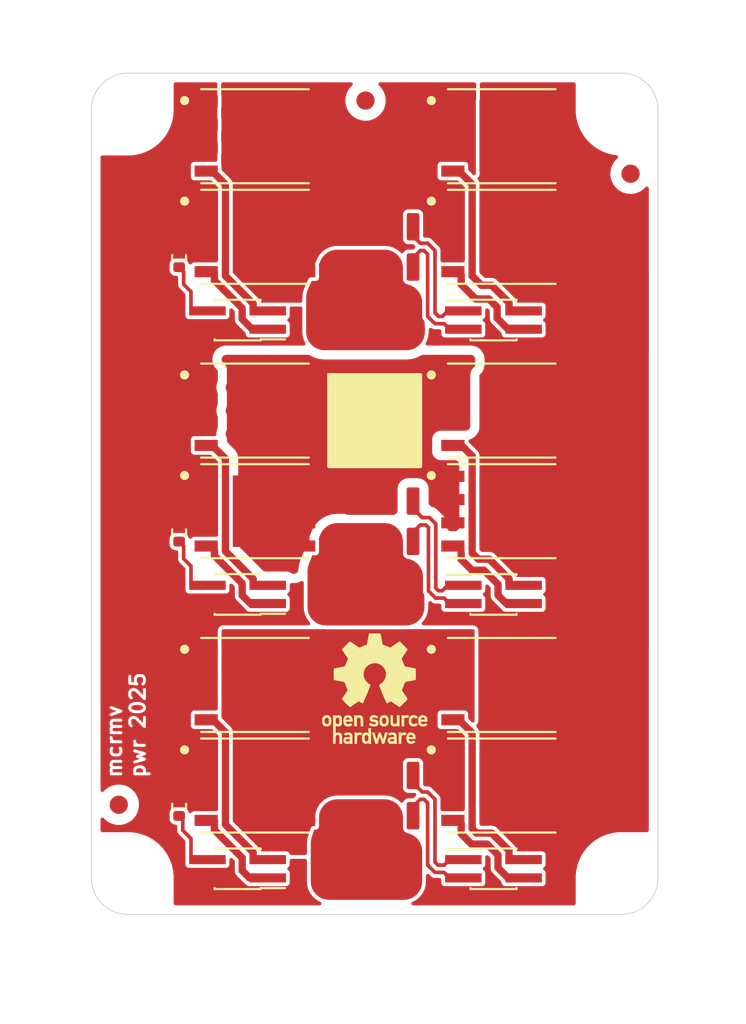
<source format=kicad_pcb>
(kicad_pcb (version 20241229) (generator "pcbnew") (generator_version "9.0")
  (layers (0 "F.Cu" signal) (2 "B.Cu" signal) (13 "F.Paste" user) (15 "B.Paste" user) (5 "F.SilkS" user "F.Silkscreen") (7 "B.SilkS" user "B.Silkscreen") (1 "F.Mask" user) (3 "B.Mask" user) (25 "Edge.Cuts" user))
  (property "AUTHOR" "arminstr")
  (property "REV" "2")
  (property "SUBTITLE" "pwr")
  (property "TITLE" "mcrmv")
  (net 0 "")
  (net 1 "GND")
  (net 2 "/GH_P1_1")
  (net 3 "/GH_P1_2")
  (net 4 "/GH_P2_1")
  (net 5 "+80V")
  (net 6 "/P1")
  (net 7 "/P2")
  (net 8 "/P3")
  (net 9 "/S1_P")
  (net 10 "/S1_N")
  (net 11 "/S2_P")
  (net 12 "/S2_N")
  (net 13 "/S3_P")
  (net 14 "/S3_N")
  (net 15 "/P1_TAB")
  (net 16 "/P2_TAB")
  (net 17 "/P3_TAB")
  (net 18 "/NTC1+")
  (net 19 "/GH_P2_2")
  (net 20 "/GH_P3_1")
  (net 21 "/GH_P3_2")
  (net 22 "/GL_P3_1")
  (net 23 "/GL_P3_2")
  (net 24 "/NTC3+")
  (net 25 "/NTC2+")
  (net 26 "/GL_P1_1")
  (net 27 "/GL_P1_2")
  (net 28 "/GL_P2_1")
  (net 29 "/GL_P2_2")
  (footprint "mcrmv:PowerPAK_SO-8_Single" (layer "F.Cu") (at 96.5 64)
    (property "Reference" "Q304" (hide yes))
    (property "Value" "ISC022N10NM6")
    (pad "1" smd rect (at -3.22 -1.955) (size 1.27 0.61) (layers "F.Cu" "F.Mask" "F.Paste") (net 1 "GND"))
    (pad "2" smd rect (at -3.22 -0.685) (size 1.27 0.61) (layers "F.Cu" "F.Mask" "F.Paste") (net 1 "GND"))
    (pad "3" smd rect (at -3.22 0.585) (size 1.27 0.61) (layers "F.Cu" "F.Mask" "F.Paste") (net 1 "GND"))
    (pad "4" smd rect (at -3.22 1.855) (size 1.27 0.61) (layers "F.Cu" "F.Mask" "F.Paste") (net 29 "/GL_P2_2"))
    (pad "5" smd rect (at 0.14 -0.05) (size 3.81 3.91) (layers "F.Cu" "F.Mask" "F.Paste") (net 7 "/P2"))
    (pad "5" smd rect (at 2.245 -1.955) (size 1.02 0.61) (layers "F.Cu" "F.Mask" "F.Paste") (net 7 "/P2"))
    (pad "5" smd rect (at 2.245 -0.685) (size 1.02 0.61) (layers "F.Cu" "F.Mask" "F.Paste") (net 7 "/P2"))
    (pad "5" smd rect (at 2.245 0.585) (size 1.02 0.61) (layers "F.Cu" "F.Mask" "F.Paste") (net 7 "/P2"))
    (pad "5" smd rect (at 2.245 1.855) (size 1.02 0.61) (layers "F.Cu" "F.Mask" "F.Paste") (net 7 "/P2"))
  )
  (footprint "Connector_PinHeader_1.00mm:PinHeader_2x02_P1.00mm_Vertical_SMD" (layer "F.Cu") (at 95 83.5 180)
    (property "Reference" "J108" (hide yes))
    (property "Value" "PinHeader2x2")
    (pad "1" smd rect (at -1.65 -0.5 180) (size 2 0.5) (layers "F.Cu" "F.Mask" "F.Paste") (net 23 "/GL_P3_2"))
    (pad "2" smd rect (at 1.65 -0.5 180) (size 2 0.5) (layers "F.Cu" "F.Mask" "F.Paste") (net 1 "GND"))
    (pad "3" smd rect (at -1.65 0.5 180) (size 2 0.5) (layers "F.Cu" "F.Mask" "F.Paste") (net 22 "/GL_P3_1"))
    (pad "4" smd rect (at 1.65 0.5 180) (size 2 0.5) (layers "F.Cu" "F.Mask" "F.Paste") (net 24 "/NTC3+"))
  )
  (footprint "Connector_Wire:SolderWirePad_1x01_SMD_3x6mm" (layer "F.Cu") (at 102 83.4 90)
    (property "Reference" "J113" (hide yes))
    (property "Value" "SF6")
    (pad "1" smd roundrect (at 0 0 90) (size 3 6) (layers "F.Cu" "F.Mask" "F.Paste") (net 17 "/P3_TAB"))
  )
  (footprint "mcrmv:WSK1216" (layer "F.Cu") (at 104 79.5 180)
    (property "Reference" "R103" (hide yes))
    (property "Value" "200u")
    (pad "1" smd roundrect (at 1.725 -1.1 270) (size 1.5 2.95) (layers "F.Cu" "F.Mask" "F.Paste") (roundrect_rratio 0.15) (net 17 "/P3_TAB"))
    (pad "2" smd roundrect (at -0.6 -1.1 270) (size 1.5 0.7) (layers "F.Cu" "F.Mask" "F.Paste") (roundrect_rratio 0.15) (net 14 "/S3_N"))
    (pad "3" smd roundrect (at -0.6 1.1 270) (size 1.5 0.7) (layers "F.Cu" "F.Mask" "F.Paste") (roundrect_rratio 0.15) (net 13 "/S3_P"))
    (pad "4" smd roundrect (at 1.725 1.1 270) (size 1.5 2.95) (layers "F.Cu" "F.Mask" "F.Paste") (roundrect_rratio 0.15) (net 8 "/P3"))
  )
  (footprint "mcrmv:PowerPAK_SO-8_Single" (layer "F.Cu") (at 96.5 73.5)
    (property "Reference" "Q206" (hide yes))
    (property "Value" "ISC022N10NM6")
    (pad "1" smd rect (at -3.22 -1.955) (size 1.27 0.61) (layers "F.Cu" "F.Mask" "F.Paste") (net 1 "GND"))
    (pad "2" smd rect (at -3.22 -0.685) (size 1.27 0.61) (layers "F.Cu" "F.Mask" "F.Paste") (net 1 "GND"))
    (pad "3" smd rect (at -3.22 0.585) (size 1.27 0.61) (layers "F.Cu" "F.Mask" "F.Paste") (net 1 "GND"))
    (pad "4" smd rect (at -3.22 1.855) (size 1.27 0.61) (layers "F.Cu" "F.Mask" "F.Paste") (net 22 "/GL_P3_1"))
    (pad "5" smd rect (at 0.14 -0.05) (size 3.81 3.91) (layers "F.Cu" "F.Mask" "F.Paste") (net 8 "/P3"))
    (pad "5" smd rect (at 2.245 -1.955) (size 1.02 0.61) (layers "F.Cu" "F.Mask" "F.Paste") (net 8 "/P3"))
    (pad "5" smd rect (at 2.245 -0.685) (size 1.02 0.61) (layers "F.Cu" "F.Mask" "F.Paste") (net 8 "/P3"))
    (pad "5" smd rect (at 2.245 0.585) (size 1.02 0.61) (layers "F.Cu" "F.Mask" "F.Paste") (net 8 "/P3"))
    (pad "5" smd rect (at 2.245 1.855) (size 1.02 0.61) (layers "F.Cu" "F.Mask" "F.Paste") (net 8 "/P3"))
  )
  (footprint "Resistor_SMD:R_0402_1005Metric" (layer "F.Cu") (at 91.8 80.1 -90)
    (property "Reference" "TH103" (hide yes))
    (property "Value" "NTC 10k")
    (pad "1" smd roundrect (at -0.51 0 270) (size 0.54 0.64) (layers "F.Cu" "F.Mask" "F.Paste") (net 1 "GND"))
    (pad "2" smd roundrect (at 0.51 0 270) (size 0.54 0.64) (layers "F.Cu" "F.Mask" "F.Paste") (net 24 "/NTC3+"))
  )
  (footprint "Connector_Wire:SolderWirePad_1x01_SMD_3x6mm" (layer "F.Cu") (at 102 68.5 90)
    (property "Reference" "J112" (hide yes))
    (property "Value" "SF6")
    (pad "1" smd roundrect (at 0 0 90) (size 3 6) (layers "F.Cu" "F.Mask" "F.Paste") (net 16 "/P2_TAB"))
  )
  (footprint "Connector_PinHeader_1.00mm:PinHeader_2x02_P1.00mm_Vertical_SMD" (layer "F.Cu") (at 95 53.5 180)
    (property "Reference" "J106" (hide yes))
    (property "Value" "PinHeader2x2")
    (pad "1" smd rect (at -1.65 -0.5 180) (size 2 0.5) (layers "F.Cu" "F.Mask" "F.Paste") (net 27 "/GL_P1_2"))
    (pad "2" smd rect (at 1.65 -0.5 180) (size 2 0.5) (layers "F.Cu" "F.Mask" "F.Paste") (net 1 "GND"))
    (pad "3" smd rect (at -1.65 0.5 180) (size 2 0.5) (layers "F.Cu" "F.Mask" "F.Paste") (net 26 "/GL_P1_1"))
    (pad "4" smd rect (at 1.65 0.5 180) (size 2 0.5) (layers "F.Cu" "F.Mask" "F.Paste") (net 18 "/NTC1+"))
  )
  (footprint "Symbol:OSHW-Logo_5.7x6mm_SilkScreen" (layer "F.Cu") (at 102.5 73.65)
    (property "Reference" "REF**" (hide yes))
    (property "Value" "OSHW-Logo_5.7x6mm_SilkScreen" (hide yes))
  )
  (footprint "mcrmv:WSK1216" (layer "F.Cu") (at 104 49.5 180)
    (property "Reference" "R101" (hide yes))
    (property "Value" "200u")
    (pad "1" smd roundrect (at 1.725 -1.1 270) (size 1.5 2.95) (layers "F.Cu" "F.Mask" "F.Paste") (roundrect_rratio 0.15) (net 15 "/P1_TAB"))
    (pad "2" smd roundrect (at -0.6 -1.1 270) (size 1.5 0.7) (layers "F.Cu" "F.Mask" "F.Paste") (roundrect_rratio 0.15) (net 10 "/S1_N"))
    (pad "3" smd roundrect (at -0.6 1.1 270) (size 1.5 0.7) (layers "F.Cu" "F.Mask" "F.Paste") (roundrect_rratio 0.15) (net 9 "/S1_P"))
    (pad "4" smd roundrect (at 1.725 1.1 270) (size 1.5 2.95) (layers "F.Cu" "F.Mask" "F.Paste") (roundrect_rratio 0.15) (net 6 "/P1"))
  )
  (footprint "mcrmv:PowerPAK_SO-8_Single" (layer "F.Cu") (at 110 73.5)
    (property "Reference" "Q205" (hide yes))
    (property "Value" "ISC022N10NM6")
    (pad "1" smd rect (at -3.22 -1.955) (size 1.27 0.61) (layers "F.Cu" "F.Mask" "F.Paste") (net 8 "/P3"))
    (pad "2" smd rect (at -3.22 -0.685) (size 1.27 0.61) (layers "F.Cu" "F.Mask" "F.Paste") (net 8 "/P3"))
    (pad "3" smd rect (at -3.22 0.585) (size 1.27 0.61) (layers "F.Cu" "F.Mask" "F.Paste") (net 8 "/P3"))
    (pad "4" smd rect (at -3.22 1.855) (size 1.27 0.61) (layers "F.Cu" "F.Mask" "F.Paste") (net 20 "/GH_P3_1"))
    (pad "5" smd rect (at 0.14 -0.05) (size 3.81 3.91) (layers "F.Cu" "F.Mask" "F.Paste") (net 5 "+80V"))
    (pad "5" smd rect (at 2.245 -1.955) (size 1.02 0.61) (layers "F.Cu" "F.Mask" "F.Paste") (net 5 "+80V"))
    (pad "5" smd rect (at 2.245 -0.685) (size 1.02 0.61) (layers "F.Cu" "F.Mask" "F.Paste") (net 5 "+80V"))
    (pad "5" smd rect (at 2.245 0.585) (size 1.02 0.61) (layers "F.Cu" "F.Mask" "F.Paste") (net 5 "+80V"))
    (pad "5" smd rect (at 2.245 1.855) (size 1.02 0.61) (layers "F.Cu" "F.Mask" "F.Paste") (net 5 "+80V"))
  )
  (footprint "mcrmv:PowerPAK_SO-8_Single" (layer "F.Cu") (at 110 43.5)
    (property "Reference" "Q201" (hide yes))
    (property "Value" "ISC022N10NM6")
    (pad "1" smd rect (at -3.22 -1.955) (size 1.27 0.61) (layers "F.Cu" "F.Mask" "F.Paste") (net 6 "/P1"))
    (pad "2" smd rect (at -3.22 -0.685) (size 1.27 0.61) (layers "F.Cu" "F.Mask" "F.Paste") (net 6 "/P1"))
    (pad "3" smd rect (at -3.22 0.585) (size 1.27 0.61) (layers "F.Cu" "F.Mask" "F.Paste") (net 6 "/P1"))
    (pad "4" smd rect (at -3.22 1.855) (size 1.27 0.61) (layers "F.Cu" "F.Mask" "F.Paste") (net 2 "/GH_P1_1"))
    (pad "5" smd rect (at 0.14 -0.05) (size 3.81 3.91) (layers "F.Cu" "F.Mask" "F.Paste") (net 5 "+80V"))
    (pad "5" smd rect (at 2.245 -1.955) (size 1.02 0.61) (layers "F.Cu" "F.Mask" "F.Paste") (net 5 "+80V"))
    (pad "5" smd rect (at 2.245 -0.685) (size 1.02 0.61) (layers "F.Cu" "F.Mask" "F.Paste") (net 5 "+80V"))
    (pad "5" smd rect (at 2.245 0.585) (size 1.02 0.61) (layers "F.Cu" "F.Mask" "F.Paste") (net 5 "+80V"))
    (pad "5" smd rect (at 2.245 1.855) (size 1.02 0.61) (layers "F.Cu" "F.Mask" "F.Paste") (net 5 "+80V"))
  )
  (footprint "MountingHole:MountingHole_2.2mm_M2_ISO14580" (layer "F.Cu") (at 89 84)
    (property "Reference" "H102" (hide yes))
    (property "Value" "HoleM2_ISO14580")
    (pad "" np_thru_hole circle (at 0 0) (size 2.2 2.2) (drill 2.2) (layers "*.Cu" "*.Mask"))
  )
  (footprint "Connector_Wire:SolderWirePad_1x01_SMD_3x6mm" (layer "F.Cu") (at 89 53 180)
    (property "Reference" "J102" (hide yes))
    (property "Value" "SF6")
    (pad "1" smd roundrect (at 0 0 180) (size 3 6) (layers "F.Cu" "F.Mask" "F.Paste") (net 1 "GND"))
  )
  (footprint "mcrmv:PowerPAK_SO-8_Single" (layer "F.Cu") (at 110 49)
    (property "Reference" "Q301" (hide yes))
    (property "Value" "ISC022N10NM6")
    (pad "1" smd rect (at -3.22 -1.955) (size 1.27 0.61) (layers "F.Cu" "F.Mask" "F.Paste") (net 6 "/P1"))
    (pad "2" smd rect (at -3.22 -0.685) (size 1.27 0.61) (layers "F.Cu" "F.Mask" "F.Paste") (net 6 "/P1"))
    (pad "3" smd rect (at -3.22 0.585) (size 1.27 0.61) (layers "F.Cu" "F.Mask" "F.Paste") (net 6 "/P1"))
    (pad "4" smd rect (at -3.22 1.855) (size 1.27 0.61) (layers "F.Cu" "F.Mask" "F.Paste") (net 3 "/GH_P1_2"))
    (pad "5" smd rect (at 0.14 -0.05) (size 3.81 3.91) (layers "F.Cu" "F.Mask" "F.Paste") (net 5 "+80V"))
    (pad "5" smd rect (at 2.245 -1.955) (size 1.02 0.61) (layers "F.Cu" "F.Mask" "F.Paste") (net 5 "+80V"))
    (pad "5" smd rect (at 2.245 -0.685) (size 1.02 0.61) (layers "F.Cu" "F.Mask" "F.Paste") (net 5 "+80V"))
    (pad "5" smd rect (at 2.245 0.585) (size 1.02 0.61) (layers "F.Cu" "F.Mask" "F.Paste") (net 5 "+80V"))
    (pad "5" smd rect (at 2.245 1.855) (size 1.02 0.61) (layers "F.Cu" "F.Mask" "F.Paste") (net 5 "+80V"))
  )
  (footprint "mcrmv:PowerPAK_SO-8_Single" (layer "F.Cu") (at 96.5 49)
    (property "Reference" "Q302" (hide yes))
    (property "Value" "ISC022N10NM6")
    (pad "1" smd rect (at -3.22 -1.955) (size 1.27 0.61) (layers "F.Cu" "F.Mask" "F.Paste") (net 1 "GND"))
    (pad "2" smd rect (at -3.22 -0.685) (size 1.27 0.61) (layers "F.Cu" "F.Mask" "F.Paste") (net 1 "GND"))
    (pad "3" smd rect (at -3.22 0.585) (size 1.27 0.61) (layers "F.Cu" "F.Mask" "F.Paste") (net 1 "GND"))
    (pad "4" smd rect (at -3.22 1.855) (size 1.27 0.61) (layers "F.Cu" "F.Mask" "F.Paste") (net 27 "/GL_P1_2"))
    (pad "5" smd rect (at 0.14 -0.05) (size 3.81 3.91) (layers "F.Cu" "F.Mask" "F.Paste") (net 6 "/P1"))
    (pad "5" smd rect (at 2.245 -1.955) (size 1.02 0.61) (layers "F.Cu" "F.Mask" "F.Paste") (net 6 "/P1"))
    (pad "5" smd rect (at 2.245 -0.685) (size 1.02 0.61) (layers "F.Cu" "F.Mask" "F.Paste") (net 6 "/P1"))
    (pad "5" smd rect (at 2.245 0.585) (size 1.02 0.61) (layers "F.Cu" "F.Mask" "F.Paste") (net 6 "/P1"))
    (pad "5" smd rect (at 2.245 1.855) (size 1.02 0.61) (layers "F.Cu" "F.Mask" "F.Paste") (net 6 "/P1"))
  )
  (footprint "Connector_PinHeader_1.00mm:PinHeader_2x02_P1.00mm_Vertical_SMD" (layer "F.Cu") (at 109 53.5)
    (property "Reference" "J103" (hide yes))
    (property "Value" "PinHeader2x2")
    (pad "1" smd rect (at -1.65 -0.5) (size 2 0.5) (layers "F.Cu" "F.Mask" "F.Paste") (net 9 "/S1_P"))
    (pad "2" smd rect (at 1.65 -0.5) (size 2 0.5) (layers "F.Cu" "F.Mask" "F.Paste") (net 2 "/GH_P1_1"))
    (pad "3" smd rect (at -1.65 0.5) (size 2 0.5) (layers "F.Cu" "F.Mask" "F.Paste") (net 10 "/S1_N"))
    (pad "4" smd rect (at 1.65 0.5) (size 2 0.5) (layers "F.Cu" "F.Mask" "F.Paste") (net 3 "/GH_P1_2"))
  )
  (footprint "Connector_Wire:SolderWirePad_1x01_SMD_3x6mm" (layer "F.Cu") (at 116 69 180)
    (property "Reference" "J109" (hide yes))
    (property "Value" "SF6")
    (pad "1" smd roundrect (at 0 0 180) (size 3 6) (layers "F.Cu" "F.Mask" "F.Paste") (net 5 "+80V"))
  )
  (footprint "Connector_PinHeader_1.00mm:PinHeader_2x02_P1.00mm_Vertical_SMD" (layer "F.Cu") (at 95 68.5 180)
    (property "Reference" "J107" (hide yes))
    (property "Value" "PinHeader2x2")
    (pad "1" smd rect (at -1.65 -0.5 180) (size 2 0.5) (layers "F.Cu" "F.Mask" "F.Paste") (net 29 "/GL_P2_2"))
    (pad "2" smd rect (at 1.65 -0.5 180) (size 2 0.5) (layers "F.Cu" "F.Mask" "F.Paste") (net 1 "GND"))
    (pad "3" smd rect (at -1.65 0.5 180) (size 2 0.5) (layers "F.Cu" "F.Mask" "F.Paste") (net 28 "/GL_P2_1"))
    (pad "4" smd rect (at 1.65 0.5 180) (size 2 0.5) (layers "F.Cu" "F.Mask" "F.Paste") (net 25 "/NTC2+"))
  )
  (footprint "Fiducial:Fiducial_1mm_Mask2mm" (layer "F.Cu") (at 116.5 45.5)
    (property "Reference" "FID101" (hide yes))
    (property "Value" "1.0-2.0")
    (pad "" smd circle (at 0 0) (size 1 1) (layers "F.Cu" "F.Mask") (clearance 0.6))
  )
  (footprint "mcrmv:PowerPAK_SO-8_Single" (layer "F.Cu") (at 110 58.5)
    (property "Reference" "Q203" (hide yes))
    (property "Value" "ISC022N10NM6")
    (pad "1" smd rect (at -3.22 -1.955) (size 1.27 0.61) (layers "F.Cu" "F.Mask" "F.Paste") (net 7 "/P2"))
    (pad "2" smd rect (at -3.22 -0.685) (size 1.27 0.61) (layers "F.Cu" "F.Mask" "F.Paste") (net 7 "/P2"))
    (pad "3" smd rect (at -3.22 0.585) (size 1.27 0.61) (layers "F.Cu" "F.Mask" "F.Paste") (net 7 "/P2"))
    (pad "4" smd rect (at -3.22 1.855) (size 1.27 0.61) (layers "F.Cu" "F.Mask" "F.Paste") (net 4 "/GH_P2_1"))
    (pad "5" smd rect (at 0.14 -0.05) (size 3.81 3.91) (layers "F.Cu" "F.Mask" "F.Paste") (net 5 "+80V"))
    (pad "5" smd rect (at 2.245 -1.955) (size 1.02 0.61) (layers "F.Cu" "F.Mask" "F.Paste") (net 5 "+80V"))
    (pad "5" smd rect (at 2.245 -0.685) (size 1.02 0.61) (layers "F.Cu" "F.Mask" "F.Paste") (net 5 "+80V"))
    (pad "5" smd rect (at 2.245 0.585) (size 1.02 0.61) (layers "F.Cu" "F.Mask" "F.Paste") (net 5 "+80V"))
    (pad "5" smd rect (at 2.245 1.855) (size 1.02 0.61) (layers "F.Cu" "F.Mask" "F.Paste") (net 5 "+80V"))
  )
  (footprint "Resistor_SMD:R_0402_1005Metric" (layer "F.Cu") (at 91.8 50.1 -90)
    (property "Reference" "TH101" (hide yes))
    (property "Value" "NTC 10k")
    (pad "1" smd roundrect (at -0.51 0 270) (size 0.54 0.64) (layers "F.Cu" "F.Mask" "F.Paste") (net 1 "GND"))
    (pad "2" smd roundrect (at 0.51 0 270) (size 0.54 0.64) (layers "F.Cu" "F.Mask" "F.Paste") (net 18 "/NTC1+"))
  )
  (footprint "Fiducial:Fiducial_1mm_Mask2mm" (layer "F.Cu") (at 102 41.5)
    (property "Reference" "FID103" (hide yes))
    (property "Value" "1.0-2.0")
    (pad "" smd circle (at 0 0) (size 1 1) (layers "F.Cu" "F.Mask") (clearance 0.6))
  )
  (footprint "Connector_Wire:SolderWirePad_1x01_SMD_3x6mm" (layer "F.Cu") (at 102 53.5 90)
    (property "Reference" "J111" (hide yes))
    (property "Value" "SF6")
    (pad "1" smd roundrect (at 0 0 90) (size 3 6) (layers "F.Cu" "F.Mask" "F.Paste") (net 15 "/P1_TAB"))
  )
  (footprint "Connector_PinHeader_1.00mm:PinHeader_2x02_P1.00mm_Vertical_SMD" (layer "F.Cu") (at 109 83.5)
    (property "Reference" "J105" (hide yes))
    (property "Value" "PinHeader2x2")
    (pad "1" smd rect (at -1.65 -0.5) (size 2 0.5) (layers "F.Cu" "F.Mask" "F.Paste") (net 13 "/S3_P"))
    (pad "2" smd rect (at 1.65 -0.5) (size 2 0.5) (layers "F.Cu" "F.Mask" "F.Paste") (net 20 "/GH_P3_1"))
    (pad "3" smd rect (at -1.65 0.5) (size 2 0.5) (layers "F.Cu" "F.Mask" "F.Paste") (net 14 "/S3_N"))
    (pad "4" smd rect (at 1.65 0.5) (size 2 0.5) (layers "F.Cu" "F.Mask" "F.Paste") (net 21 "/GH_P3_2"))
  )
  (footprint "mcrmv:PowerPAK_SO-8_Single" (layer "F.Cu") (at 110 64)
    (property "Reference" "Q303" (hide yes))
    (property "Value" "ISC022N10NM6")
    (pad "1" smd rect (at -3.22 -1.955) (size 1.27 0.61) (layers "F.Cu" "F.Mask" "F.Paste") (net 7 "/P2"))
    (pad "2" smd rect (at -3.22 -0.685) (size 1.27 0.61) (layers "F.Cu" "F.Mask" "F.Paste") (net 7 "/P2"))
    (pad "3" smd rect (at -3.22 0.585) (size 1.27 0.61) (layers "F.Cu" "F.Mask" "F.Paste") (net 7 "/P2"))
    (pad "4" smd rect (at -3.22 1.855) (size 1.27 0.61) (layers "F.Cu" "F.Mask" "F.Paste") (net 19 "/GH_P2_2"))
    (pad "5" smd rect (at 0.14 -0.05) (size 3.81 3.91) (layers "F.Cu" "F.Mask" "F.Paste") (net 5 "+80V"))
    (pad "5" smd rect (at 2.245 -1.955) (size 1.02 0.61) (layers "F.Cu" "F.Mask" "F.Paste") (net 5 "+80V"))
    (pad "5" smd rect (at 2.245 -0.685) (size 1.02 0.61) (layers "F.Cu" "F.Mask" "F.Paste") (net 5 "+80V"))
    (pad "5" smd rect (at 2.245 0.585) (size 1.02 0.61) (layers "F.Cu" "F.Mask" "F.Paste") (net 5 "+80V"))
    (pad "5" smd rect (at 2.245 1.855) (size 1.02 0.61) (layers "F.Cu" "F.Mask" "F.Paste") (net 5 "+80V"))
  )
  (footprint "mcrmv:PowerPAK_SO-8_Single" (layer "F.Cu") (at 96.5 79)
    (property "Reference" "Q306" (hide yes))
    (property "Value" "ISC022N10NM6")
    (pad "1" smd rect (at -3.22 -1.955) (size 1.27 0.61) (layers "F.Cu" "F.Mask" "F.Paste") (net 1 "GND"))
    (pad "2" smd rect (at -3.22 -0.685) (size 1.27 0.61) (layers "F.Cu" "F.Mask" "F.Paste") (net 1 "GND"))
    (pad "3" smd rect (at -3.22 0.585) (size 1.27 0.61) (layers "F.Cu" "F.Mask" "F.Paste") (net 1 "GND"))
    (pad "4" smd rect (at -3.22 1.855) (size 1.27 0.61) (layers "F.Cu" "F.Mask" "F.Paste") (net 23 "/GL_P3_2"))
    (pad "5" smd rect (at 0.14 -0.05) (size 3.81 3.91) (layers "F.Cu" "F.Mask" "F.Paste") (net 8 "/P3"))
    (pad "5" smd rect (at 2.245 -1.955) (size 1.02 0.61) (layers "F.Cu" "F.Mask" "F.Paste") (net 8 "/P3"))
    (pad "5" smd rect (at 2.245 -0.685) (size 1.02 0.61) (layers "F.Cu" "F.Mask" "F.Paste") (net 8 "/P3"))
    (pad "5" smd rect (at 2.245 0.585) (size 1.02 0.61) (layers "F.Cu" "F.Mask" "F.Paste") (net 8 "/P3"))
    (pad "5" smd rect (at 2.245 1.855) (size 1.02 0.61) (layers "F.Cu" "F.Mask" "F.Paste") (net 8 "/P3"))
  )
  (footprint "Connector_PinHeader_1.00mm:PinHeader_2x02_P1.00mm_Vertical_SMD" (layer "F.Cu") (at 109 68.5)
    (property "Reference" "J104" (hide yes))
    (property "Value" "PinHeader2x2")
    (pad "1" smd rect (at -1.65 -0.5) (size 2 0.5) (layers "F.Cu" "F.Mask" "F.Paste") (net 11 "/S2_P"))
    (pad "2" smd rect (at 1.65 -0.5) (size 2 0.5) (layers "F.Cu" "F.Mask" "F.Paste") (net 4 "/GH_P2_1"))
    (pad "3" smd rect (at -1.65 0.5) (size 2 0.5) (layers "F.Cu" "F.Mask" "F.Paste") (net 12 "/S2_N"))
    (pad "4" smd rect (at 1.65 0.5) (size 2 0.5) (layers "F.Cu" "F.Mask" "F.Paste") (net 19 "/GH_P2_2"))
  )
  (footprint "Fiducial:Fiducial_1mm_Mask2mm" (layer "F.Cu") (at 88.5 80)
    (property "Reference" "FID102" (hide yes))
    (property "Value" "1.0-2.0")
    (pad "" smd circle (at 0 0) (size 1 1) (layers "F.Cu" "F.Mask") (clearance 0.6))
  )
  (footprint "MountingHole:MountingHole_2.2mm_M2_ISO14580" (layer "F.Cu") (at 116 84)
    (property "Reference" "H104" (hide yes))
    (property "Value" "HoleM2_ISO14580")
    (pad "" np_thru_hole circle (at 0 0) (size 2.2 2.2) (drill 2.2) (layers "*.Cu" "*.Mask"))
  )
  (footprint "mcrmv:PowerPAK_SO-8_Single" (layer "F.Cu") (at 96.5 43.5)
    (property "Reference" "Q202" (hide yes))
    (property "Value" "ISC022N10NM6")
    (pad "1" smd rect (at -3.22 -1.955) (size 1.27 0.61) (layers "F.Cu" "F.Mask" "F.Paste") (net 1 "GND"))
    (pad "2" smd rect (at -3.22 -0.685) (size 1.27 0.61) (layers "F.Cu" "F.Mask" "F.Paste") (net 1 "GND"))
    (pad "3" smd rect (at -3.22 0.585) (size 1.27 0.61) (layers "F.Cu" "F.Mask" "F.Paste") (net 1 "GND"))
    (pad "4" smd rect (at -3.22 1.855) (size 1.27 0.61) (layers "F.Cu" "F.Mask" "F.Paste") (net 26 "/GL_P1_1"))
    (pad "5" smd rect (at 0.14 -0.05) (size 3.81 3.91) (layers "F.Cu" "F.Mask" "F.Paste") (net 6 "/P1"))
    (pad "5" smd rect (at 2.245 -1.955) (size 1.02 0.61) (layers "F.Cu" "F.Mask" "F.Paste") (net 6 "/P1"))
    (pad "5" smd rect (at 2.245 -0.685) (size 1.02 0.61) (layers "F.Cu" "F.Mask" "F.Paste") (net 6 "/P1"))
    (pad "5" smd rect (at 2.245 0.585) (size 1.02 0.61) (layers "F.Cu" "F.Mask" "F.Paste") (net 6 "/P1"))
    (pad "5" smd rect (at 2.245 1.855) (size 1.02 0.61) (layers "F.Cu" "F.Mask" "F.Paste") (net 6 "/P1"))
  )
  (footprint "MountingHole:MountingHole_2.2mm_M2_ISO14580" (layer "F.Cu") (at 116 42)
    (property "Reference" "H101" (hide yes))
    (property "Value" "HoleM2_ISO14580")
    (pad "" np_thru_hole circle (at 0 0) (size 2.2 2.2) (drill 2.2) (layers "*.Cu" "*.Mask"))
  )
  (footprint "Connector_Wire:SolderWirePad_1x01_SMD_3x6mm" (layer "F.Cu") (at 89 69 180)
    (property "Reference" "J110" (hide yes))
    (property "Value" "SF6")
    (pad "1" smd roundrect (at 0 0 180) (size 3 6) (layers "F.Cu" "F.Mask" "F.Paste") (net 1 "GND"))
  )
  (footprint "Resistor_SMD:R_0402_1005Metric" (layer "F.Cu") (at 91.8 65.1 -90)
    (property "Reference" "TH102" (hide yes))
    (property "Value" "NTC 10k")
    (pad "1" smd roundrect (at -0.51 0 270) (size 0.54 0.64) (layers "F.Cu" "F.Mask" "F.Paste") (net 1 "GND"))
    (pad "2" smd roundrect (at 0.51 0 270) (size 0.54 0.64) (layers "F.Cu" "F.Mask" "F.Paste") (net 25 "/NTC2+"))
  )
  (footprint "mcrmv:PowerPAK_SO-8_Single" (layer "F.Cu") (at 110 79)
    (property "Reference" "Q305" (hide yes))
    (property "Value" "ISC022N10NM6")
    (pad "1" smd rect (at -3.22 -1.955) (size 1.27 0.61) (layers "F.Cu" "F.Mask" "F.Paste") (net 8 "/P3"))
    (pad "2" smd rect (at -3.22 -0.685) (size 1.27 0.61) (layers "F.Cu" "F.Mask" "F.Paste") (net 8 "/P3"))
    (pad "3" smd rect (at -3.22 0.585) (size 1.27 0.61) (layers "F.Cu" "F.Mask" "F.Paste") (net 8 "/P3"))
    (pad "4" smd rect (at -3.22 1.855) (size 1.27 0.61) (layers "F.Cu" "F.Mask" "F.Paste") (net 21 "/GH_P3_2"))
    (pad "5" smd rect (at 0.14 -0.05) (size 3.81 3.91) (layers "F.Cu" "F.Mask" "F.Paste") (net 5 "+80V"))
    (pad "5" smd rect (at 2.245 -1.955) (size 1.02 0.61) (layers "F.Cu" "F.Mask" "F.Paste") (net 5 "+80V"))
    (pad "5" smd rect (at 2.245 -0.685) (size 1.02 0.61) (layers "F.Cu" "F.Mask" "F.Paste") (net 5 "+80V"))
    (pad "5" smd rect (at 2.245 0.585) (size 1.02 0.61) (layers "F.Cu" "F.Mask" "F.Paste") (net 5 "+80V"))
    (pad "5" smd rect (at 2.245 1.855) (size 1.02 0.61) (layers "F.Cu" "F.Mask" "F.Paste") (net 5 "+80V"))
  )
  (footprint "mcrmv:WSK1216" (layer "F.Cu") (at 104 64.5 180)
    (property "Reference" "R102" (hide yes))
    (property "Value" "200u")
    (pad "1" smd roundrect (at 1.725 -1.1 270) (size 1.5 2.95) (layers "F.Cu" "F.Mask" "F.Paste") (roundrect_rratio 0.15) (net 16 "/P2_TAB"))
    (pad "2" smd roundrect (at -0.6 -1.1 270) (size 1.5 0.7) (layers "F.Cu" "F.Mask" "F.Paste") (roundrect_rratio 0.15) (net 12 "/S2_N"))
    (pad "3" smd roundrect (at -0.6 1.1 270) (size 1.5 0.7) (layers "F.Cu" "F.Mask" "F.Paste") (roundrect_rratio 0.15) (net 11 "/S2_P"))
    (pad "4" smd roundrect (at 1.725 1.1 270) (size 1.5 2.95) (layers "F.Cu" "F.Mask" "F.Paste") (roundrect_rratio 0.15) (net 7 "/P2"))
  )
  (footprint "Connector_Wire:SolderWirePad_1x01_SMD_3x6mm" (layer "F.Cu") (at 116 53 180)
    (property "Reference" "J101" (hide yes))
    (property "Value" "SF6")
    (pad "1" smd roundrect (at 0 0 180) (size 3 6) (layers "F.Cu" "F.Mask" "F.Paste") (net 5 "+80V"))
  )
  (footprint "MountingHole:MountingHole_2.2mm_M2_ISO14580" (layer "F.Cu") (at 89 42)
    (property "Reference" "H103" (hide yes))
    (property "Value" "HoleM2_ISO14580")
    (pad "" np_thru_hole circle (at 0 0) (size 2.2 2.2) (drill 2.2) (layers "*.Cu" "*.Mask"))
  )
  (footprint "mcrmv:PowerPAK_SO-8_Single" (layer "F.Cu") (at 96.5 58.5)
    (property "Reference" "Q204" (hide yes))
    (property "Value" "ISC022N10NM6")
    (pad "1" smd rect (at -3.22 -1.955) (size 1.27 0.61) (layers "F.Cu" "F.Mask" "F.Paste") (net 1 "GND"))
    (pad "2" smd rect (at -3.22 -0.685) (size 1.27 0.61) (layers "F.Cu" "F.Mask" "F.Paste") (net 1 "GND"))
    (pad "3" smd rect (at -3.22 0.585) (size 1.27 0.61) (layers "F.Cu" "F.Mask" "F.Paste") (net 1 "GND"))
    (pad "4" smd rect (at -3.22 1.855) (size 1.27 0.61) (layers "F.Cu" "F.Mask" "F.Paste") (net 28 "/GL_P2_1"))
    (pad "5" smd rect (at 0.14 -0.05) (size 3.81 3.91) (layers "F.Cu" "F.Mask" "F.Paste") (net 7 "/P2"))
    (pad "5" smd rect (at 2.245 -1.955) (size 1.02 0.61) (layers "F.Cu" "F.Mask" "F.Paste") (net 7 "/P2"))
    (pad "5" smd rect (at 2.245 -0.685) (size 1.02 0.61) (layers "F.Cu" "F.Mask" "F.Paste") (net 7 "/P2"))
    (pad "5" smd rect (at 2.245 0.585) (size 1.02 0.61) (layers "F.Cu" "F.Mask" "F.Paste") (net 7 "/P2"))
    (pad "5" smd rect (at 2.245 1.855) (size 1.02 0.61) (layers "F.Cu" "F.Mask" "F.Paste") (net 7 "/P2"))
  )
  (gr_rect (start 100 56.5) (end 105 61.5) (stroke (width 0.2)) (fill yes) (layer "F.SilkS"))
  (gr_arc (start 116 40) (mid 117.414214 40.585786) (end 118 42) (stroke (width 0.05)) (layer "Edge.Cuts"))
  (gr_line (start 89 40) (end 116 40) (stroke (width 0.05)) (layer "Edge.Cuts"))
  (gr_arc (start 118 84) (mid 117.414214 85.414214) (end 116 86) (stroke (width 0.05)) (layer "Edge.Cuts"))
  (gr_line (start 87 84) (end 87 42) (stroke (width 0.05)) (layer "Edge.Cuts"))
  (gr_arc (start 89 86) (mid 87.585786 85.414214) (end 87 84) (stroke (width 0.05)) (layer "Edge.Cuts"))
  (gr_line (start 118 42) (end 118 84) (stroke (width 0.05)) (layer "Edge.Cuts"))
  (gr_line (start 116 86) (end 89 86) (stroke (width 0.05)) (layer "Edge.Cuts"))
  (gr_arc (start 87 42) (mid 87.585786 40.585786) (end 89 40) (stroke (width 0.05)) (layer "Edge.Cuts"))
  (gr_text "${TITLE}\n${SUBTITLE} 2025" (at 90 78.5 90) (layer "F.Cu" knockout) (effects (font (size 0.8 0.8) (bold yes)) (justify left bottom)))
  (segment (start 108.348528 51.6) (end 108.9 51.6) (width 0.4) (layer "F.Cu") (net 2))
  (segment (start 107.834 51.085472) (end 107.834 46.079) (width 0.4) (layer "F.Cu") (net 2))
  (segment (start 107.834 51.085472) (end 108.024264 51.275736) (width 0.4) (layer "F.Cu") (net 2))
  (segment (start 108.024264 51.275736) (end 108.348528 51.6) (width 0.4) (layer "F.Cu") (net 2))
  (segment (start 108.9 51.6) (end 109.4 52.1) (width 0.4) (layer "F.Cu") (net 2))
  (segment (start 110.65 53) (end 109.85 53) (width 0.4) (layer "F.Cu") (net 2))
  (segment (start 107.11 45.355) (end 107.6275 45.8725) (width 0.4) (layer "F.Cu") (net 2))
  (segment (start 110.65 53) (end 110.1 53) (width 0.4) (layer "F.Cu") (net 2))
  (segment (start 109.85 52.75) (end 109.85 52.55) (width 0.4) (layer "F.Cu") (net 2))
  (segment (start 106.78 45.355) (end 107.11 45.355) (width 0.4) (layer "F.Cu") (net 2))
  (segment (start 109.85 52.55) (end 109.4 52.1) (width 0.4) (layer "F.Cu") (net 2))
  (segment (start 107.834 46.079) (end 107.6275 45.8725) (width 0.4) (layer "F.Cu") (net 2))
  (segment (start 107.055 50.855) (end 106.78 50.855) (width 0.4) (layer "F.Cu") (net 3))
  (segment (start 107.232 51.032) (end 107.055 50.855) (width 0.4) (layer "F.Cu") (net 3))
  (segment (start 110.65 54) (end 109.8 54) (width 0.4) (layer "F.Cu") (net 3))
  (segment (start 108.45 52.349) (end 108.028472 52.349) (width 0.4) (layer "F.Cu") (net 3))
  (segment (start 107.232 51.552528) (end 107.232 51.032) (width 0.4) (layer "F.Cu") (net 3))
  (segment (start 109.2 52.798) (end 108.751 52.349) (width 0.4) (layer "F.Cu") (net 3))
  (segment (start 109.2 53.4) (end 109.2 52.798) (width 0.4) (layer "F.Cu") (net 3))
  (segment (start 109.8 54) (end 109.2 53.4) (width 0.4) (layer "F.Cu") (net 3))
  (segment (start 108.028472 52.349) (end 107.232 51.552528) (width 0.4) (layer "F.Cu") (net 3))
  (segment (start 108.751 52.349) (end 108.45 52.349) (width 0.4) (layer "F.Cu") (net 3))
  (segment (start 107.834 60.934) (end 107.255 60.355) (width 0.4) (layer "F.Cu") (net 4))
  (segment (start 107.834 66) (end 107.834 60.934) (width 0.4) (layer "F.Cu") (net 4))
  (segment (start 108.175 66.575) (end 108.775 66.575) (width 0.4) (layer "F.Cu") (net 4))
  (segment (start 109.85 68) (end 109.85 67.65) (width 0.4) (layer "F.Cu") (net 4))
  (segment (start 107.255 60.355) (end 106.78 60.355) (width 0.4) (layer "F.Cu") (net 4))
  (segment (start 107.834 66.234) (end 108.175 66.575) (width 0.4) (layer "F.Cu") (net 4))
  (segment (start 107.834 66) (end 107.834 66.234) (width 0.4) (layer "F.Cu") (net 4))
  (segment (start 109.85 67.65) (end 108.775 66.575) (width 0.4) (layer "F.Cu") (net 4))
  (segment (start 110.65 68) (end 109.85 68) (width 0.4) (layer "F.Cu") (net 4))
  (segment (start 106.5 53) (end 107.35 53) (width 0.2) (layer "F.Cu") (net 9))
  (segment (start 105.8 53.1) (end 105.880536 53.180536) (width 0.2) (layer "F.Cu") (net 9))
  (segment (start 106 53.3) (end 106.2 53.3) (width 0.2) (layer "F.Cu") (net 9))
  (segment (start 106.2 53.3) (end 106.5 53) (width 0.2) (layer "F.Cu") (net 9))
  (segment (start 105.880536 53.180536) (end 106 53.3) (width 0.2) (layer "F.Cu") (net 9))
  (segment (start 105.8 49.7) (end 105.8 50.700564) (width 0.2) (layer "F.Cu") (net 9))
  (segment (start 104.6 48.9) (end 105 49.3) (width 0.2) (layer "F.Cu") (net 9))
  (segment (start 105.8 50.700564) (end 105.8 53.1) (width 0.2) (layer "F.Cu") (net 9))
  (segment (start 105 49.3) (end 105.4 49.3) (width 0.2) (layer "F.Cu") (net 9))
  (segment (start 104.6 48.4) (end 104.6 48.9) (width 0.2) (layer "F.Cu") (net 9))
  (segment (start 105.4 49.3) (end 105.8 49.7) (width 0.2) (layer "F.Cu") (net 9))
  (segment (start 105 49.7) (end 105.2 49.7) (width 0.2) (layer "F.Cu") (net 10))
  (segment (start 105.4 50.700564) (end 105.4 53.017032) (width 0.2) (layer "F.Cu") (net 10))
  (segment (start 104.6 50.6) (end 104.6 50.1) (width 0.2) (layer "F.Cu") (net 10))
  (segment (start 105.4 53.3) (end 105.4 53.017032) (width 0.2) (layer "F.Cu") (net 10))
  (segment (start 105.80777 53.7) (end 105.8 53.7) (width 0.2) (layer "F.Cu") (net 10))
  (segment (start 106.3 53.7) (end 105.80777 53.7) (width 0.2) (layer "F.Cu") (net 10))
  (segment (start 107.35 54) (end 106.6 54) (width 0.2) (layer "F.Cu") (net 10))
  (segment (start 105.2 49.7) (end 105.4 49.9) (width 0.2) (layer "F.Cu") (net 10))
  (segment (start 104.6 50.1) (end 105 49.7) (width 0.2) (layer "F.Cu") (net 10))
  (segment (start 105.8 53.7) (end 105.4 53.3) (width 0.2) (layer "F.Cu") (net 10))
  (segment (start 105.4 49.9) (end 105.4 50.700564) (width 0.2) (layer "F.Cu") (net 10))
  (segment (start 106.6 54) (end 106.3 53.7) (width 0.2) (layer "F.Cu") (net 10))
  (segment (start 105.1 64.3) (end 104.6 63.8) (width 0.2) (layer "F.Cu") (net 11))
  (segment (start 106.2 68.3) (end 106 68.3) (width 0.2) (layer "F.Cu") (net 11))
  (segment (start 107.35 68) (end 106.5 68) (width 0.2) (layer "F.Cu") (net 11))
  (segment (start 105.845 64.645) (end 105.5 64.3) (width 0.2) (layer "F.Cu") (net 11))
  (segment (start 104.6 63.8) (end 104.6 63.4) (width 0.2) (layer "F.Cu") (net 11))
  (segment (start 105.5 64.3) (end 105.1 64.3) (width 0.2) (layer "F.Cu") (net 11))
  (segment (start 106 68.3) (end 105.845 68.145) (width 0.2) (layer "F.Cu") (net 11))
  (segment (start 105.845 68.145) (end 105.845 64.645) (width 0.2) (layer "F.Cu") (net 11))
  (segment (start 106.5 68) (end 106.2 68.3) (width 0.2) (layer "F.Cu") (net 11))
  (segment (start 105.445 68.310686) (end 105.834314 68.7) (width 0.2) (layer "F.Cu") (net 12))
  (segment (start 106.3 68.7) (end 106.6 69) (width 0.2) (layer "F.Cu") (net 12))
  (segment (start 105.3 64.7) (end 105.445 64.845) (width 0.2) (layer "F.Cu") (net 12))
  (segment (start 105 64.7) (end 105.3 64.7) (width 0.2) (layer "F.Cu") (net 12))
  (segment (start 104.6 65.6) (end 104.6 65.1) (width 0.2) (layer "F.Cu") (net 12))
  (segment (start 105.445 64.845) (end 105.445 68.310686) (width 0.2) (layer "F.Cu") (net 12))
  (segment (start 104.6 65.1) (end 105 64.7) (width 0.2) (layer "F.Cu") (net 12))
  (segment (start 105.834314 68.7) (end 106.3 68.7) (width 0.2) (layer "F.Cu") (net 12))
  (segment (start 106.6 69) (end 107.35 69) (width 0.2) (layer "F.Cu") (net 12))
  (segment (start 105.8 81.617817) (end 105.8 79.7) (width 0.2) (layer "F.Cu") (net 13))
  (segment (start 106.6 83) (end 106.3 83.3) (width 0.2) (layer "F.Cu") (net 13))
  (segment (start 105.8 83.134314) (end 105.8 82.366007) (width 0.2) (layer "F.Cu") (net 13))
  (segment (start 107.35 83) (end 106.6 83) (width 0.2) (layer "F.Cu") (net 13))
  (segment (start 104.6 78.8) (end 104.6 78.4) (width 0.2) (layer "F.Cu") (net 13))
  (segment (start 106.3 83.3) (end 105.965686 83.3) (width 0.2) (layer "F.Cu") (net 13))
  (segment (start 105.8 79.7) (end 105.4 79.3) (width 0.2) (layer "F.Cu") (net 13))
  (segment (start 105.4 79.3) (end 105.1 79.3) (width 0.2) (layer "F.Cu") (net 13))
  (segment (start 105.8 82.366007) (end 105.8 81.617817) (width 0.2) (layer "F.Cu") (net 13))
  (segment (start 105.965686 83.3) (end 105.8 83.134314) (width 0.2) (layer "F.Cu") (net 13))
  (segment (start 105.1 79.3) (end 104.6 78.8) (width 0.2) (layer "F.Cu") (net 13))
  (segment (start 105.4 79.9) (end 105.2 79.7) (width 0.2) (layer "F.Cu") (net 14))
  (segment (start 106.3 83.7) (end 106.4 83.8) (width 0.2) (layer "F.Cu") (net 14))
  (segment (start 105.2 79.7) (end 105 79.7) (width 0.2) (layer "F.Cu") (net 14))
  (segment (start 106.1 83.7) (end 106.3 83.7) (width 0.2) (layer "F.Cu") (net 14))
  (segment (start 105.4 83.3) (end 105.4 79.9) (width 0.2) (layer "F.Cu") (net 14))
  (segment (start 105 79.7) (end 104.6 80.1) (width 0.2) (layer "F.Cu") (net 14))
  (segment (start 106.6 84) (end 106.4 83.8) (width 0.2) (layer "F.Cu") (net 14))
  (segment (start 106.1 83.7) (end 105.8 83.7) (width 0.2) (layer "F.Cu") (net 14))
  (segment (start 104.6 80.1) (end 104.6 80.6) (width 0.2) (layer "F.Cu") (net 14))
  (segment (start 107.35 84) (end 106.6 84) (width 0.2) (layer "F.Cu") (net 14))
  (segment (start 105.8 83.7) (end 105.4 83.3) (width 0.2) (layer "F.Cu") (net 14))
  (segment (start 92.55 53) (end 92.45 52.9) (width 0.2) (layer "F.Cu") (net 18))
  (segment (start 92.05 50.86) (end 91.8 50.61) (width 0.2) (layer "F.Cu") (net 18))
  (segment (start 92.05 51.55) (end 92.05 50.86) (width 0.2) (layer "F.Cu") (net 18))
  (segment (start 92.45 51.95) (end 92.05 51.55) (width 0.2) (layer "F.Cu") (net 18))
  (segment (start 93.35 53) (end 92.55 53) (width 0.2) (layer "F.Cu") (net 18))
  (segment (start 92.45 52.9) (end 92.45 51.95) (width 0.2) (layer "F.Cu") (net 18))
  (segment (start 110.65 69) (end 109.7 69) (width 0.4) (layer "F.Cu") (net 19))
  (segment (start 107.232 66.582) (end 107.232 66.2) (width 0.4) (layer "F.Cu") (net 19))
  (segment (start 107.155 65.855) (end 107.2 65.9) (width 0.4) (layer "F.Cu") (net 19))
  (segment (start 109.25 67.95) (end 108.475 67.175) (width 0.4) (layer "F.Cu") (net 19))
  (segment (start 109.7 69) (end 109.25 68.55) (width 0.4) (layer "F.Cu") (net 19))
  (segment (start 106.78 65.855) (end 107.155 65.855) (width 0.4) (layer "F.Cu") (net 19))
  (segment (start 107.825 67.175) (end 107.232 66.582) (width 0.4) (layer "F.Cu") (net 19))
  (segment (start 109.25 68.55) (end 109.25 67.95) (width 0.4) (layer "F.Cu") (net 19))
  (segment (start 108.475 67.175) (end 107.825 67.175) (width 0.4) (layer "F.Cu") (net 19))
  (segment (start 109.85 83) (end 109.85 82.5) (width 0.4) (layer "F.Cu") (net 20))
  (segment (start 107.834 81.306) (end 107.834 76.079) (width 0.4) (layer "F.Cu") (net 20))
  (segment (start 109.85 82.5) (end 108.9 81.55) (width 0.4) (layer "F.Cu") (net 20))
  (segment (start 107.11 75.355) (end 106.78 75.355) (width 0.4) (layer "F.Cu") (net 20))
  (segment (start 107.834 76.079) (end 107.11 75.355) (width 0.4) (layer "F.Cu") (net 20))
  (segment (start 110.65 83) (end 109.85 83) (width 0.4) (layer "F.Cu") (net 20))
  (segment (start 108.9 81.55) (end 108.7 81.55) (width 0.4) (layer "F.Cu") (net 20))
  (segment (start 108.078 81.55) (end 107.834 81.306) (width 0.4) (layer "F.Cu") (net 20))
  (segment (start 108.7 81.55) (end 108.078 81.55) (width 0.4) (layer "F.Cu") (net 20))
  (segment (start 107.234 81.034) (end 107.234 81.554528) (width 0.4) (layer "F.Cu") (net 21))
  (segment (start 107.8 82.15) (end 108.65 82.15) (width 0.4) (layer "F.Cu") (net 21))
  (segment (start 108.65 82.15) (end 109.25 82.75) (width 0.4) (layer "F.Cu") (net 21))
  (segment (start 107.25 81.6) (end 107.8 82.15) (width 0.4) (layer "F.Cu") (net 21))
  (segment (start 109.8 84) (end 110.65 84) (width 0.4) (layer "F.Cu") (net 21))
  (segment (start 106.78 80.855) (end 107.055 80.855) (width 0.4) (layer "F.Cu") (net 21))
  (segment (start 107.234 81.554528) (end 107.25 81.570528) (width 0.4) (layer "F.Cu") (net 21))
  (segment (start 109.25 83.45) (end 109.8 84) (width 0.4) (layer "F.Cu") (net 21))
  (segment (start 107.055 80.855) (end 107.234 81.034) (width 0.4) (layer "F.Cu") (net 21))
  (segment (start 107.25 81.570528) (end 107.25 81.6) (width 0.4) (layer "F.Cu") (net 21))
  (segment (start 109.25 82.75) (end 109.25 83.45) (width 0.4) (layer "F.Cu") (net 21))
  (segment (start 93.28 75.355) (end 93.655 75.355) (width 0.4) (layer "F.Cu") (net 22))
  (segment (start 95.85 82.6) (end 95.85 83) (width 0.4) (layer "F.Cu") (net 22))
  (segment (start 94.334 76.034) (end 94.334 81.084) (width 0.4) (layer "F.Cu") (net 22))
  (segment (start 94.334 81.084) (end 95.85 82.6) (width 0.4) (layer "F.Cu") (net 22))
  (segment (start 95.85 83) (end 96.65 83) (width 0.4) (layer "F.Cu") (net 22))
  (segment (start 93.655 75.355) (end 94.334 76.034) (width 0.4) (layer "F.Cu") (net 22))
  (segment (start 93.705 80.855) (end 93.732 80.882) (width 0.4) (layer "F.Cu") (net 23))
  (segment (start 95.25 83.6) (end 95.65 84) (width 0.4) (layer "F.Cu") (net 23))
  (segment (start 93.28 80.855) (end 93.705 80.855) (width 0.4) (layer "F.Cu") (net 23))
  (segment (start 95.65 84) (end 96.65 84) (width 0.4) (layer "F.Cu") (net 23))
  (segment (start 93.732 81.382) (end 95.25 82.9) (width 0.4) (layer "F.Cu") (net 23))
  (segment (start 95.25 82.9) (end 95.25 83.6) (width 0.4) (layer "F.Cu") (net 23))
  (segment (start 93.732 80.882) (end 93.732 81.382) (width 0.4) (layer "F.Cu") (net 23))
  (segment (start 92 81.4) (end 92 80.75) (width 0.2) (layer "F.Cu") (net 24))
  (segment (start 91.86 80.61) (end 91.8 80.61) (width 0.2) (layer "F.Cu") (net 24))
  (segment (start 92.55 83) (end 92.45 82.9) (width 0.2) (layer "F.Cu") (net 24))
  (segment (start 92.45 82.9) (end 92.45 81.85) (width 0.2) (layer "F.Cu") (net 24))
  (segment (start 92.45 81.85) (end 92 81.4) (width 0.2) (layer "F.Cu") (net 24))
  (segment (start 93.35 83) (end 92.55 83) (width 0.2) (layer "F.Cu") (net 24))
  (segment (start 92 80.75) (end 91.86 80.61) (width 0.2) (layer "F.Cu") (net 24))
  (segment (start 92.45 66.95) (end 92.05 66.55) (width 0.2) (layer "F.Cu") (net 25))
  (segment (start 92.55 68) (end 92.45 67.9) (width 0.2) (layer "F.Cu") (net 25))
  (segment (start 92.45 67.9) (end 92.45 66.95) (width 0.2) (layer "F.Cu") (net 25))
  (segment (start 93.35 68) (end 92.55 68) (width 0.2) (layer "F.Cu") (net 25))
  (segment (start 92.05 66.55) (end 92.05 65.86) (width 0.2) (layer "F.Cu") (net 25))
  (segment (start 92.05 65.86) (end 91.8 65.61) (width 0.2) (layer "F.Cu") (net 25))
  (segment (start 95.9 53) (end 96.65 53) (width 0.4) (layer "F.Cu") (net 26))
  (segment (start 93.28 45.355) (end 93.61 45.355) (width 0.4) (layer "F.Cu") (net 26))
  (segment (start 93.61 45.355) (end 94.334 46.079) (width 0.4) (layer "F.Cu") (net 26))
  (segment (start 94.334 51.084) (end 95.85 52.6) (width 0.4) (layer "F.Cu") (net 26))
  (segment (start 95.85 52.95) (end 95.9 53) (width 0.4) (layer "F.Cu") (net 26))
  (segment (start 94.334 46.079) (end 94.334 51.084) (width 0.4) (layer "F.Cu") (net 26))
  (segment (start 95.85 52.6) (end 95.85 52.95) (width 0.4) (layer "F.Cu") (net 26))
  (segment (start 96.65 54) (end 95.8 54) (width 0.4) (layer "F.Cu") (net 27))
  (segment (start 93.705 50.855) (end 93.732 50.882) (width 0.4) (layer "F.Cu") (net 27))
  (segment (start 95.8 54) (end 95.25 53.45) (width 0.4) (layer "F.Cu") (net 27))
  (segment (start 95.25 53.201357) (end 95.248 53.199356) (width 0.4) (layer "F.Cu") (net 27))
  (segment (start 95.25 53.45) (end 95.25 53.201357) (width 0.4) (layer "F.Cu") (net 27))
  (segment (start 95.248 52.849356) (end 94.224322 51.825678) (width 0.4) (layer "F.Cu") (net 27))
  (segment (start 93.732 51.333356) (end 94.224322 51.825678) (width 0.4) (layer "F.Cu") (net 27))
  (segment (start 93.732 50.882) (end 93.732 51.333356) (width 0.4) (layer "F.Cu") (net 27))
  (segment (start 95.248 53.199356) (end 95.248 52.849356) (width 0.4) (layer "F.Cu") (net 27))
  (segment (start 93.28 50.855) (end 93.705 50.855) (width 0.4) (layer "F.Cu") (net 27))
  (segment (start 94.334 66.134) (end 94.334 61.079) (width 0.4) (layer "F.Cu") (net 28))
  (segment (start 95.9 68) (end 95.85 67.95) (width 0.4) (layer "F.Cu") (net 28))
  (segment (start 96.65 68) (end 95.9 68) (width 0.4) (layer "F.Cu") (net 28))
  (segment (start 94.334 61.079) (end 93.61 60.355) (width 0.4) (layer "F.Cu") (net 28))
  (segment (start 93.61 60.355) (end 93.28 60.355) (width 0.4) (layer "F.Cu") (net 28))
  (segment (start 94.334 66.134) (end 95 66.8) (width 0.4) (layer "F.Cu") (net 28))
  (segment (start 95 66.8) (end 95.85 67.65) (width 0.4) (layer "F.Cu") (net 28))
  (segment (start 95.85 67.95) (end 95.85 67.65) (width 0.4) (layer "F.Cu") (net 28))
  (segment (start 94.65 67.3) (end 93.732 66.382) (width 0.4) (layer "F.Cu") (net 29))
  (segment (start 93.28 65.855) (end 93.605 65.855) (width 0.4) (layer "F.Cu") (net 29))
  (segment (start 95.25 68.55) (end 95.25 67.9) (width 0.4) (layer "F.Cu") (net 29))
  (segment (start 95.7 69) (end 95.25 68.55) (width 0.4) (layer "F.Cu") (net 29))
  (segment (start 93.732 66.382) (end 93.732 66.35) (width 0.4) (layer "F.Cu") (net 29))
  (segment (start 96.65 69) (end 95.7 69) (width 0.4) (layer "F.Cu") (net 29))
  (segment (start 93.732 66.03) (end 93.732 66.15) (width 0.4) (layer "F.Cu") (net 29))
  (segment (start 93.732 66.15) (end 93.732 66.35) (width 0.4) (layer "F.Cu") (net 29))
  (segment (start 93.605 65.855) (end 93.7 65.95) (width 0.4) (layer "F.Cu") (net 29))
  (segment (start 95.25 67.9) (end 94.65 67.3) (width 0.4) (layer "F.Cu") (net 29))
  (zone (net 0) (net_name "") (layer "F.Cu") (connect_pads (clearance 0)) (min_thickness 0.25)
    (keepout (tracks allowed) (vias allowed) (pads allowed) (copperpour not_allowed) (footprints allowed))
    (fill (thermal_gap 0.5) (thermal_bridge_width 0.5))
    (polygon (pts (xy 91.5 40) (xy 91.5 42) (xy 89 44.5) (xy 87 44.5) (xy 87 40)))
  )
  (zone (net 0) (net_name "") (layer "F.Cu") (connect_pads (clearance 0)) (min_thickness 0.25)
    (keepout (tracks allowed) (vias allowed) (pads allowed) (copperpour not_allowed) (footprints allowed))
    (fill (thermal_gap 0.5) (thermal_bridge_width 0.5))
    (polygon (pts (xy 118 44.5) (xy 116 44.5) (xy 113.5 42) (xy 113.5 40) (xy 118 40)))
  )
  (zone (net 15) (net_name "/P1_TAB") (layer "F.Cu") (priority 3) (connect_pads yes (clearance 0.2)) (min_thickness 2) (fill yes (thermal_gap 0.5) (thermal_bridge_width 0.5))
    (polygon (pts (xy 105.25 49.65) (xy 105.25 55.15) (xy 98.75 55.15) (xy 98.75 49.65)))
  )
  (zone (net 7) (net_name "/P2") (layer "F.Cu") (priority 2) (connect_pads yes (clearance 0.5)) (min_thickness 0.5) (fill yes (thermal_gap 0.5) (thermal_bridge_width 0.5))
    (polygon (pts (xy 108.00795 55.4) (xy 94.05795 55.4) (xy 94.05795 67.75) (xy 108.00795 67.75)))
  )
  (zone (net 17) (net_name "/P3_TAB") (layer "F.Cu") (priority 3) (connect_pads yes (clearance 0.2)) (min_thickness 2) (fill yes (thermal_gap 0.5) (thermal_bridge_width 2))
    (polygon (pts (xy 105.1 79.7) (xy 105.1 85.2) (xy 99 85.2) (xy 99 79.7)))
  )
  (zone (net 1) (net_name "GND") (layer "F.Cu") (connect_pads yes (clearance 0.2)) (min_thickness 0.2) (fill yes (thermal_gap 0.5) (thermal_bridge_width 1))
    (polygon (pts (xy 102.5 39) (xy 102.5 91.5) (xy 82.5 91.5) (xy 82.5 39)))
  )
  (zone (net 8) (net_name "/P3") (layer "F.Cu") (priority 2) (connect_pads yes (clearance 0.2)) (min_thickness 0.2) (fill yes (thermal_gap 0.5) (thermal_bridge_width 0.5))
    (polygon (pts (xy 107.969648 70.4) (xy 94.119648 70.4) (xy 94.119648 82.75) (xy 107.969648 82.75)))
  )
  (zone (net 6) (net_name "/P1") (layer "F.Cu") (priority 2) (connect_pads yes (clearance 0.2)) (min_thickness 0.2) (fill yes (thermal_gap 0.5) (thermal_bridge_width 0.5))
    (polygon (pts (xy 108.05 40) (xy 94.1 40) (xy 94.1 52.55) (xy 108.05 52.55)))
  )
  (zone (net 0) (net_name "") (layer "F.Cu") (connect_pads (clearance 0)) (min_thickness 0.25)
    (keepout (tracks allowed) (vias allowed) (pads allowed) (copperpour not_allowed) (footprints allowed))
    (fill (thermal_gap 0.5) (thermal_bridge_width 0.5))
    (polygon (pts (xy 113.5 86) (xy 113.5 84) (xy 116 81.5) (xy 118 81.5) (xy 118 86)))
  )
  (zone (net 16) (net_name "/P2_TAB") (layer "F.Cu") (priority 3) (connect_pads yes (clearance 0.2)) (min_thickness 2) (fill yes (thermal_gap 0.5) (thermal_bridge_width 0.5))
    (polygon (pts (xy 105.226023 64.6) (xy 105.226023 70.2) (xy 98.826023 70.2) (xy 98.826023 64.6)))
  )
  (zone (net 0) (net_name "") (layer "F.Cu") (connect_pads (clearance 0)) (min_thickness 0.25)
    (keepout (tracks allowed) (vias allowed) (pads allowed) (copperpour not_allowed) (footprints allowed))
    (fill (thermal_gap 0.5) (thermal_bridge_width 0.5))
    (polygon (pts (xy 87 81.5) (xy 89 81.5) (xy 91.5 84) (xy 91.5 86) (xy 87 86)))
  )
  (zone (net 5) (net_name "+80V") (layer "F.Cu") (connect_pads yes (clearance 0.2)) (min_thickness 0.2) (fill yes (thermal_gap 0.5) (thermal_bridge_width 1))
    (polygon (pts (xy 120.5 39) (xy 120.5 91.5) (xy 102.5 91.5) (xy 102.5 39)))
  )
)
</source>
